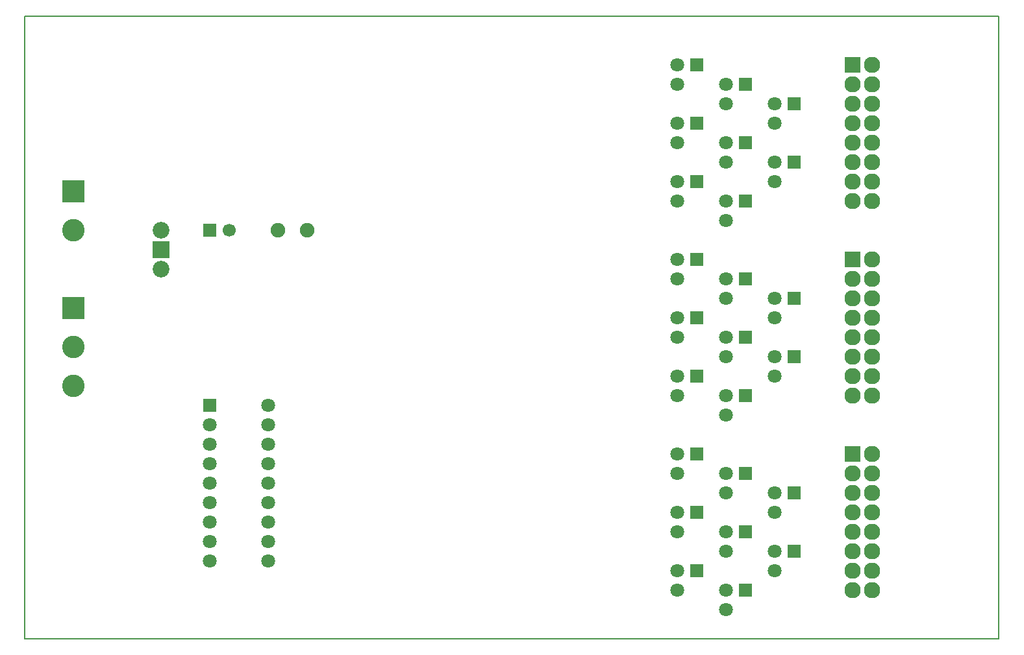
<source format=gbs>
G04 #@! TF.FileFunction,Soldermask,Bot*
%FSLAX46Y46*%
G04 Gerber Fmt 4.6, Leading zero omitted, Abs format (unit mm)*
G04 Created by KiCad (PCBNEW (2015-04-03 BZR 5572)-product) date Tuesday, April 07, 2015 'PMt' 09:07:44 PM*
%MOMM*%
G01*
G04 APERTURE LIST*
%ADD10C,0.100000*%
%ADD11C,0.150000*%
%ADD12R,1.700000X1.700000*%
%ADD13C,1.700000*%
%ADD14C,1.901140*%
%ADD15R,2.940000X2.940000*%
%ADD16C,2.940000*%
%ADD17R,2.127200X2.127200*%
%ADD18O,2.127200X2.127200*%
%ADD19R,1.797000X1.797000*%
%ADD20C,1.797000*%
%ADD21C,2.178000*%
%ADD22R,2.178000X2.178000*%
G04 APERTURE END LIST*
D10*
D11*
X222250000Y-124460000D02*
X95250000Y-124460000D01*
X222250000Y-43180000D02*
X222250000Y-124460000D01*
X95250000Y-43180000D02*
X222250000Y-43180000D01*
X95250000Y-124460000D02*
X95250000Y-43180000D01*
D12*
X119380000Y-71120000D03*
D13*
X121880000Y-71120000D03*
D14*
X128270000Y-71120000D03*
X132080000Y-71120000D03*
D15*
X101600000Y-66040000D03*
D16*
X101600000Y-71120000D03*
D15*
X101600000Y-81280000D03*
D16*
X101600000Y-86360000D03*
X101600000Y-91440000D03*
D17*
X203200000Y-49530000D03*
D18*
X205740000Y-49530000D03*
X203200000Y-52070000D03*
X205740000Y-52070000D03*
X203200000Y-54610000D03*
X205740000Y-54610000D03*
X203200000Y-57150000D03*
X205740000Y-57150000D03*
X203200000Y-59690000D03*
X205740000Y-59690000D03*
X203200000Y-62230000D03*
X205740000Y-62230000D03*
X203200000Y-64770000D03*
X205740000Y-64770000D03*
X203200000Y-67310000D03*
X205740000Y-67310000D03*
D17*
X203200000Y-74930000D03*
D18*
X205740000Y-74930000D03*
X203200000Y-77470000D03*
X205740000Y-77470000D03*
X203200000Y-80010000D03*
X205740000Y-80010000D03*
X203200000Y-82550000D03*
X205740000Y-82550000D03*
X203200000Y-85090000D03*
X205740000Y-85090000D03*
X203200000Y-87630000D03*
X205740000Y-87630000D03*
X203200000Y-90170000D03*
X205740000Y-90170000D03*
X203200000Y-92710000D03*
X205740000Y-92710000D03*
D17*
X203200000Y-100330000D03*
D18*
X205740000Y-100330000D03*
X203200000Y-102870000D03*
X205740000Y-102870000D03*
X203200000Y-105410000D03*
X205740000Y-105410000D03*
X203200000Y-107950000D03*
X205740000Y-107950000D03*
X203200000Y-110490000D03*
X205740000Y-110490000D03*
X203200000Y-113030000D03*
X205740000Y-113030000D03*
X203200000Y-115570000D03*
X205740000Y-115570000D03*
X203200000Y-118110000D03*
X205740000Y-118110000D03*
D19*
X182880000Y-49530000D03*
D20*
X180340000Y-49530000D03*
X180340000Y-52070000D03*
D19*
X189230000Y-52070000D03*
D20*
X186690000Y-52070000D03*
X186690000Y-54610000D03*
D19*
X195580000Y-54610000D03*
D20*
X193040000Y-54610000D03*
X193040000Y-57150000D03*
D19*
X182880000Y-57150000D03*
D20*
X180340000Y-57150000D03*
X180340000Y-59690000D03*
D19*
X189230000Y-59690000D03*
D20*
X186690000Y-59690000D03*
X186690000Y-62230000D03*
D19*
X195580000Y-62230000D03*
D20*
X193040000Y-62230000D03*
X193040000Y-64770000D03*
D19*
X182880000Y-64770000D03*
D20*
X180340000Y-64770000D03*
X180340000Y-67310000D03*
D19*
X189230000Y-67310000D03*
D20*
X186690000Y-67310000D03*
X186690000Y-69850000D03*
D19*
X182880000Y-74930000D03*
D20*
X180340000Y-74930000D03*
X180340000Y-77470000D03*
D19*
X189230000Y-77470000D03*
D20*
X186690000Y-77470000D03*
X186690000Y-80010000D03*
D19*
X195580000Y-80010000D03*
D20*
X193040000Y-80010000D03*
X193040000Y-82550000D03*
D19*
X182880000Y-82550000D03*
D20*
X180340000Y-82550000D03*
X180340000Y-85090000D03*
D19*
X189230000Y-85090000D03*
D20*
X186690000Y-85090000D03*
X186690000Y-87630000D03*
D19*
X195580000Y-87630000D03*
D20*
X193040000Y-87630000D03*
X193040000Y-90170000D03*
D19*
X182880000Y-90170000D03*
D20*
X180340000Y-90170000D03*
X180340000Y-92710000D03*
D19*
X189230000Y-92710000D03*
D20*
X186690000Y-92710000D03*
X186690000Y-95250000D03*
D19*
X182880000Y-100330000D03*
D20*
X180340000Y-100330000D03*
X180340000Y-102870000D03*
D19*
X189230000Y-102870000D03*
D20*
X186690000Y-102870000D03*
X186690000Y-105410000D03*
D19*
X195580000Y-105410000D03*
D20*
X193040000Y-105410000D03*
X193040000Y-107950000D03*
D19*
X182880000Y-107950000D03*
D20*
X180340000Y-107950000D03*
X180340000Y-110490000D03*
D19*
X189230000Y-110490000D03*
D20*
X186690000Y-110490000D03*
X186690000Y-113030000D03*
D19*
X195580000Y-113030000D03*
D20*
X193040000Y-113030000D03*
X193040000Y-115570000D03*
D19*
X182880000Y-115570000D03*
D20*
X180340000Y-115570000D03*
X180340000Y-118110000D03*
D19*
X189230000Y-118110000D03*
D20*
X186690000Y-118110000D03*
X186690000Y-120650000D03*
D19*
X119380000Y-93980000D03*
D20*
X119380000Y-96520000D03*
X119380000Y-99060000D03*
X119380000Y-101600000D03*
X119380000Y-104140000D03*
X119380000Y-106680000D03*
X119380000Y-109220000D03*
X119380000Y-111760000D03*
X119380000Y-114300000D03*
X127000000Y-114300000D03*
X127000000Y-111760000D03*
X127000000Y-109220000D03*
X127000000Y-106680000D03*
X127000000Y-104140000D03*
X127000000Y-101600000D03*
X127000000Y-99060000D03*
X127000000Y-96520000D03*
X127000000Y-93980000D03*
D21*
X113030000Y-71120000D03*
D22*
X113030000Y-73660000D03*
D21*
X113030000Y-76200000D03*
M02*

</source>
